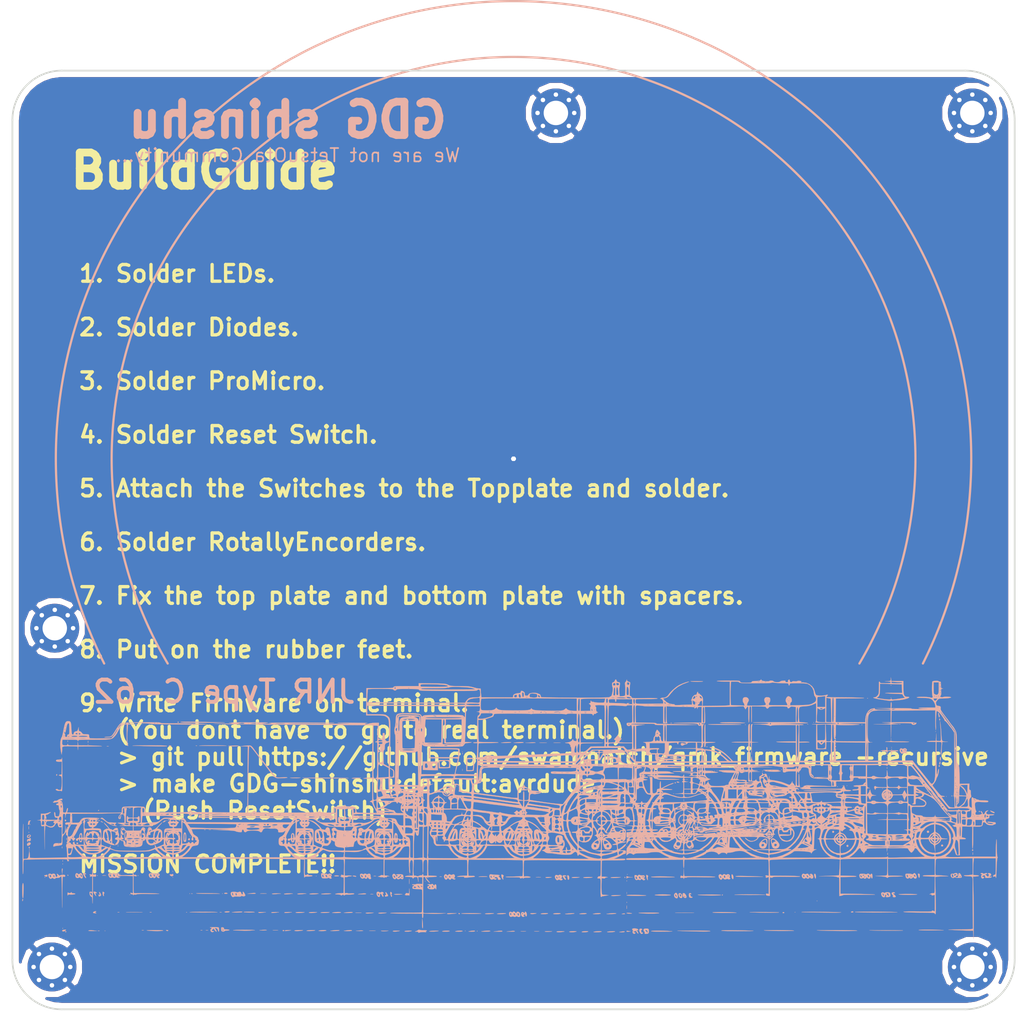
<source format=kicad_pcb>
(kicad_pcb (version 20171130) (host pcbnew 5.0.2-bee76a0~70~ubuntu18.04.1)
  (layers (0 F.Cu signal) (31 B.Cu signal) (34 B.Paste user) (35 F.Paste user) (36 B.SilkS user) (37 F.SilkS user) (38 B.Mask user) (39 F.Mask user) (44 Edge.Cuts user))
  (net 0 "")
  (net 1 GND)
  (module local:sl_zumen (layer B.Cu) (at 89.535 122.555 180)
    (fp_text reference G*** hide)
    (fp_text value LOGO hide)
  )
  (module Mounting_Holes:MountingHole_2.2mm_M2_Pad_Via (layer F.Cu) (at 130.81 60.325)
    (fp_text reference J4 hide)
    (fp_text value Conn_01x01)
    (pad 1 thru_hole circle (at 0 0) (size 4.4 4.4) (drill 2.2) (layers *.Cu *.Mask) (net 1 GND))
    (pad 1 thru_hole circle (at 1.65 0) (size 0.7 0.7) (drill 0.4) (layers *.Cu *.Mask) (net 1 GND))
    (pad 1 thru_hole circle (at 1.166726 1.166726) (size 0.7 0.7) (drill 0.4) (layers *.Cu *.Mask) (net 1 GND))
    (pad 1 thru_hole circle (at 0 1.65) (size 0.7 0.7) (drill 0.4) (layers *.Cu *.Mask) (net 1 GND))
    (pad 1 thru_hole circle (at -1.166726 1.166726) (size 0.7 0.7) (drill 0.4) (layers *.Cu *.Mask) (net 1 GND))
    (pad 1 thru_hole circle (at -1.65 0) (size 0.7 0.7) (drill 0.4) (layers *.Cu *.Mask) (net 1 GND))
    (pad 1 thru_hole circle (at -1.166726 -1.166726) (size 0.7 0.7) (drill 0.4) (layers *.Cu *.Mask) (net 1 GND))
    (pad 1 thru_hole circle (at 0 -1.65) (size 0.7 0.7) (drill 0.4) (layers *.Cu *.Mask) (net 1 GND))
    (pad 1 thru_hole circle (at 1.166726 -1.166726) (size 0.7 0.7) (drill 0.4) (layers *.Cu *.Mask) (net 1 GND))
  )
  (module Mounting_Holes:MountingHole_2.2mm_M2_Pad_Via (layer F.Cu) (at 130.81 137.16)
    (fp_text reference J3 hide)
    (fp_text value Conn_01x01)
    (pad 1 thru_hole circle (at 0 0) (size 4.4 4.4) (drill 2.2) (layers *.Cu *.Mask) (net 1 GND))
    (pad 1 thru_hole circle (at 1.65 0) (size 0.7 0.7) (drill 0.4) (layers *.Cu *.Mask) (net 1 GND))
    (pad 1 thru_hole circle (at 1.166726 1.166726) (size 0.7 0.7) (drill 0.4) (layers *.Cu *.Mask) (net 1 GND))
    (pad 1 thru_hole circle (at 0 1.65) (size 0.7 0.7) (drill 0.4) (layers *.Cu *.Mask) (net 1 GND))
    (pad 1 thru_hole circle (at -1.166726 1.166726) (size 0.7 0.7) (drill 0.4) (layers *.Cu *.Mask) (net 1 GND))
    (pad 1 thru_hole circle (at -1.65 0) (size 0.7 0.7) (drill 0.4) (layers *.Cu *.Mask) (net 1 GND))
    (pad 1 thru_hole circle (at -1.166726 -1.166726) (size 0.7 0.7) (drill 0.4) (layers *.Cu *.Mask) (net 1 GND))
    (pad 1 thru_hole circle (at 0 -1.65) (size 0.7 0.7) (drill 0.4) (layers *.Cu *.Mask) (net 1 GND))
    (pad 1 thru_hole circle (at 1.166726 -1.166726) (size 0.7 0.7) (drill 0.4) (layers *.Cu *.Mask) (net 1 GND))
  )
  (module Mounting_Holes:MountingHole_2.2mm_M2_Pad_Via (layer F.Cu) (at 48.006 137.16)
    (fp_text reference J5 hide)
    (fp_text value Conn_01x01)
    (pad 1 thru_hole circle (at 0 0) (size 4.4 4.4) (drill 2.2) (layers *.Cu *.Mask) (net 1 GND))
    (pad 1 thru_hole circle (at 1.65 0) (size 0.7 0.7) (drill 0.4) (layers *.Cu *.Mask) (net 1 GND))
    (pad 1 thru_hole circle (at 1.166726 1.166726) (size 0.7 0.7) (drill 0.4) (layers *.Cu *.Mask) (net 1 GND))
    (pad 1 thru_hole circle (at 0 1.65) (size 0.7 0.7) (drill 0.4) (layers *.Cu *.Mask) (net 1 GND))
    (pad 1 thru_hole circle (at -1.166726 1.166726) (size 0.7 0.7) (drill 0.4) (layers *.Cu *.Mask) (net 1 GND))
    (pad 1 thru_hole circle (at -1.65 0) (size 0.7 0.7) (drill 0.4) (layers *.Cu *.Mask) (net 1 GND))
    (pad 1 thru_hole circle (at -1.166726 -1.166726) (size 0.7 0.7) (drill 0.4) (layers *.Cu *.Mask) (net 1 GND))
    (pad 1 thru_hole circle (at 0 -1.65) (size 0.7 0.7) (drill 0.4) (layers *.Cu *.Mask) (net 1 GND))
    (pad 1 thru_hole circle (at 1.166726 -1.166726) (size 0.7 0.7) (drill 0.4) (layers *.Cu *.Mask) (net 1 GND))
  )
  (module Mounting_Holes:MountingHole_2.2mm_M2_Pad_Via (layer F.Cu) (at 48.26 106.68)
    (fp_text reference J2 hide)
    (fp_text value Conn_01x01)
    (pad 1 thru_hole circle (at 0 0) (size 4.4 4.4) (drill 2.2) (layers *.Cu *.Mask) (net 1 GND))
    (pad 1 thru_hole circle (at 1.65 0) (size 0.7 0.7) (drill 0.4) (layers *.Cu *.Mask) (net 1 GND))
    (pad 1 thru_hole circle (at 1.166726 1.166726) (size 0.7 0.7) (drill 0.4) (layers *.Cu *.Mask) (net 1 GND))
    (pad 1 thru_hole circle (at 0 1.65) (size 0.7 0.7) (drill 0.4) (layers *.Cu *.Mask) (net 1 GND))
    (pad 1 thru_hole circle (at -1.166726 1.166726) (size 0.7 0.7) (drill 0.4) (layers *.Cu *.Mask) (net 1 GND))
    (pad 1 thru_hole circle (at -1.65 0) (size 0.7 0.7) (drill 0.4) (layers *.Cu *.Mask) (net 1 GND))
    (pad 1 thru_hole circle (at -1.166726 -1.166726) (size 0.7 0.7) (drill 0.4) (layers *.Cu *.Mask) (net 1 GND))
    (pad 1 thru_hole circle (at 0 -1.65) (size 0.7 0.7) (drill 0.4) (layers *.Cu *.Mask) (net 1 GND))
    (pad 1 thru_hole circle (at 1.166726 -1.166726) (size 0.7 0.7) (drill 0.4) (layers *.Cu *.Mask) (net 1 GND))
  )
  (module Mounting_Holes:MountingHole_2.2mm_M2_Pad_Via (layer F.Cu) (at 93.345 60.325)
    (fp_text reference J6 hide)
    (fp_text value Conn_01x01)
    (pad 1 thru_hole circle (at 0 0) (size 4.4 4.4) (drill 2.2) (layers *.Cu *.Mask) (net 1 GND))
    (pad 1 thru_hole circle (at 1.65 0) (size 0.7 0.7) (drill 0.4) (layers *.Cu *.Mask) (net 1 GND))
    (pad 1 thru_hole circle (at 1.166726 1.166726) (size 0.7 0.7) (drill 0.4) (layers *.Cu *.Mask) (net 1 GND))
    (pad 1 thru_hole circle (at 0 1.65) (size 0.7 0.7) (drill 0.4) (layers *.Cu *.Mask) (net 1 GND))
    (pad 1 thru_hole circle (at -1.166726 1.166726) (size 0.7 0.7) (drill 0.4) (layers *.Cu *.Mask) (net 1 GND))
    (pad 1 thru_hole circle (at -1.65 0) (size 0.7 0.7) (drill 0.4) (layers *.Cu *.Mask) (net 1 GND))
    (pad 1 thru_hole circle (at -1.166726 -1.166726) (size 0.7 0.7) (drill 0.4) (layers *.Cu *.Mask) (net 1 GND))
    (pad 1 thru_hole circle (at 0 -1.65) (size 0.7 0.7) (drill 0.4) (layers *.Cu *.Mask) (net 1 GND))
    (pad 1 thru_hole circle (at 1.166726 -1.166726) (size 0.7 0.7) (drill 0.4) (layers *.Cu *.Mask) (net 1 GND))
  )
  (gr_arc (start 89.535 91.44) (end 52.705 109.855) (angle 233.130103) (layer B.SilkS) (width 0.2))
  (gr_arc (start 89.535 91.44) (end 58.42 109.855) (angle 241.2372108) (layer B.SilkS) (width 0.2))
  (gr_text "GDG shinshu\n" (at 69.215 60.96) (layer B.SilkS) (effects (font (size 3 3) (thickness 0.7)) (justify mirror)))
  (gr_text BuildGuide (at 61.722 65.532) (layer F.SilkS) (effects (font (size 3 3) (thickness 0.7))))
  (gr_text "1. Solder LEDs.\n\n2. Solder Diodes.\n\n3. Solder ProMicro.\n\n4. Solder Reset Switch.\n\n5. Attach the Switches to the Topplate and solder.\n\n6. Solder RotallyEncorders.\n\n7. Fix the top plate and bottom plate with spacers.\n\n8. Put on the rubber feet.\n\n9. Write Firmware on terminal.\n   (You dont have to go to real terminal.)\n   > git pull https://github.com/swanmatch/qmk_firmware -recursive\n   > make GDG-shinshu:default:avrdude\n     (Push ResetSwitch)\n\nMISSION COMPLETE!!" (at 50.292 101.346) (layer F.SilkS) (effects (font (size 1.5 1.5) (thickness 0.3)) (justify left)))
  (gr_text "We are not TetsuOta Community..." (at 69.215 64.135) (layer B.SilkS) (effects (font (size 1.2 1.2)) (justify mirror)))
  (gr_text "JNR Type C-62" (at 63.5 112.395) (layer B.SilkS) (effects (font (size 2 2) (thickness 0.35)) (justify mirror)))
  (gr_arc (start 48.895 60.96) (end 48.895 56.515) (angle -90) (layer Edge.Cuts) (width 0.15))
  (gr_arc (start 130.175 60.96) (end 134.62 60.96) (angle -90) (layer Edge.Cuts) (width 0.15))
  (gr_arc (start 130.175 136.525) (end 130.175 140.97) (angle -90) (layer Edge.Cuts) (width 0.15))
  (gr_arc (start 48.895 136.525) (end 44.45 136.525) (angle -90) (layer Edge.Cuts) (width 0.15))
  (gr_line (start 48.895 56.515) (end 130.175 56.515) (layer Edge.Cuts) (width 0.15))
  (gr_line (start 44.45 136.525) (end 44.45 60.96) (layer Edge.Cuts) (width 0.15))
  (gr_line (start 130.175 140.97) (end 48.895 140.97) (layer Edge.Cuts) (width 0.15))
  (gr_line (start 134.62 136.525) (end 134.62 60.96) (layer Edge.Cuts) (width 0.15))
  (via (at 89.535 91.44) (size 0.8) (drill 0.4) (layers F.Cu B.Cu) (net 1))
  (via (at 89.535 91.44) (size 0.8) (drill 0.4) (layers F.Cu B.Cu) (net 1))
  (via (at 89.535 91.44) (size 0.8) (drill 0.4) (layers F.Cu B.Cu) (net 1))
  (via (at 89.535 91.44) (size 0.8) (drill 0.4) (layers F.Cu B.Cu) (net 1))
  (via (at 89.535 91.44) (size 0.8) (drill 0.4) (layers F.Cu B.Cu) (net 1))
  (via (at 89.535 91.44) (size 0.8) (drill 0.4) (layers F.Cu B.Cu) (net 1))
  (via (at 89.535 91.44) (size 0.8) (drill 0.4) (layers F.Cu B.Cu) (net 1))
  (zone (net 1) (net_name GND) (layer B.Cu) (connect_pads (clearance 0.508)) (min_thickness 0.254) (fill yes (arc_segments 16) (thermal_gap 0.508) (thermal_bridge_width 0.508))
    (polygon (pts (xy 134.62 140.97) (xy 44.45 140.97) (xy 44.45 56.515) (xy 134.62 56.515)))
  )
  (zone (net 1) (net_name GND) (layer F.Cu) (connect_pads (clearance 0.508)) (min_thickness 0.254) (fill yes (arc_segments 16) (thermal_gap 0.508) (thermal_bridge_width 0.508))
    (polygon (pts (xy 134.62 140.97) (xy 44.45 140.97) (xy 44.45 56.515) (xy 134.62 56.515)))
  )
)
</source>
